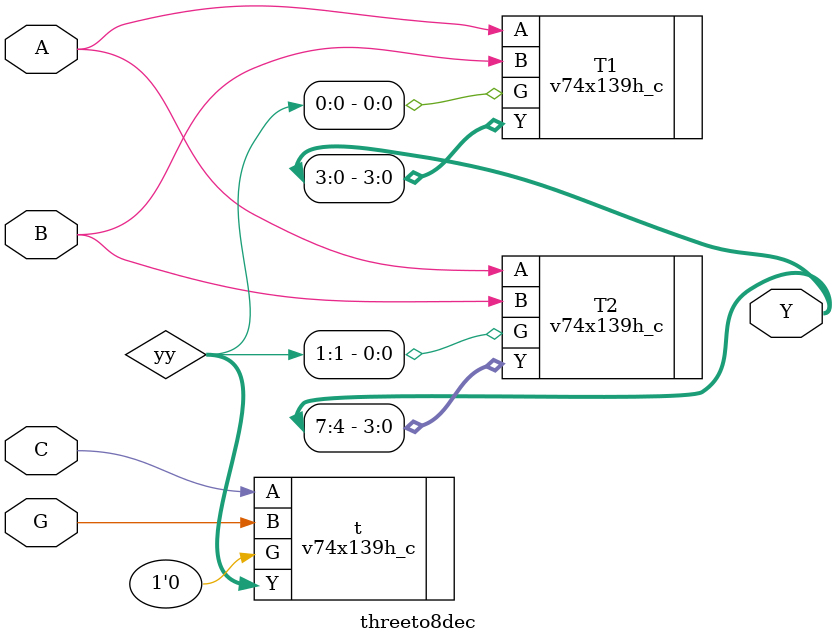
<source format=v>
`timescale 1ns / 1ps
module threeto8dec(
    input G,
    input A,
    input B,
    input C,
    output [7:0] Y
    );
		//wire G1 = C == 1'b0 ? G : 1'b1;
		//wire G2 = C != 1'b0 ? G : 1'b1;
		wire [3:0] yy;
		v74x139h_c t(.G(1'b0), .A(C), .B(G), .Y(yy));
		v74x139h_c T1(.G(yy[0]), .A(A), .B(B), .Y(Y[3:0]));
		v74x139h_c T2(.G(yy[1]), .A(A), .B(B), .Y(Y[7:4]));
		
endmodule

</source>
